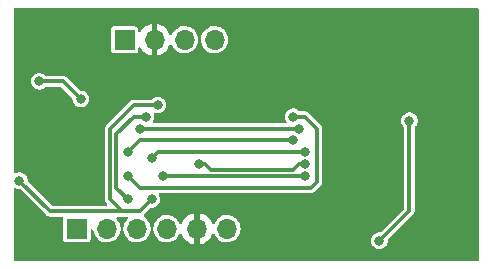
<source format=gbr>
%TF.GenerationSoftware,KiCad,Pcbnew,(6.0.6)*%
%TF.CreationDate,2023-12-09T00:18:58+03:00*%
%TF.ProjectId,GrandStationKicad,4772616e-6453-4746-9174-696f6e4b6963,rev?*%
%TF.SameCoordinates,Original*%
%TF.FileFunction,Copper,L2,Bot*%
%TF.FilePolarity,Positive*%
%FSLAX46Y46*%
G04 Gerber Fmt 4.6, Leading zero omitted, Abs format (unit mm)*
G04 Created by KiCad (PCBNEW (6.0.6)) date 2023-12-09 00:18:58*
%MOMM*%
%LPD*%
G01*
G04 APERTURE LIST*
%TA.AperFunction,ComponentPad*%
%ADD10R,1.700000X1.700000*%
%TD*%
%TA.AperFunction,ComponentPad*%
%ADD11O,1.700000X1.700000*%
%TD*%
%TA.AperFunction,ViaPad*%
%ADD12C,0.800000*%
%TD*%
%TA.AperFunction,Conductor*%
%ADD13C,0.300000*%
%TD*%
G04 APERTURE END LIST*
D10*
%TO.P,J2,1,Pin_1*%
%TO.N,+3.3V*%
X186700000Y-93475000D03*
D11*
%TO.P,J2,2,Pin_2*%
%TO.N,GND*%
X189240000Y-93475000D03*
%TO.P,J2,3,Pin_3*%
%TO.N,SWCLK*%
X191780000Y-93475000D03*
%TO.P,J2,4,Pin_4*%
%TO.N,SWDIO*%
X194320000Y-93475000D03*
%TD*%
D10*
%TO.P,J1,1,Pin_1*%
%TO.N,USART1-TX*%
X182675000Y-109475000D03*
D11*
%TO.P,J1,2,Pin_2*%
%TO.N,USART1-RX*%
X185215000Y-109475000D03*
%TO.P,J1,3,Pin_3*%
%TO.N,Optional-1*%
X187755000Y-109475000D03*
%TO.P,J1,4,Pin_4*%
%TO.N,Optional-2*%
X190295000Y-109475000D03*
%TO.P,J1,5,Pin_5*%
%TO.N,GND*%
X192835000Y-109475000D03*
%TO.P,J1,6,Pin_6*%
%TO.N,+3.3V*%
X195375000Y-109475000D03*
%TD*%
D12*
%TO.N,GND*%
X207010000Y-110490000D03*
X196850000Y-95250000D03*
X178500000Y-102500000D03*
X201000000Y-93300000D03*
X183500000Y-97500000D03*
X212500000Y-107350000D03*
X181610000Y-91440000D03*
X177800000Y-106680000D03*
X191000000Y-107000000D03*
%TO.N,OSC32_IN*%
X183000000Y-98500000D03*
X179500000Y-97000000D03*
%TO.N,Optional-1*%
X188500000Y-100000000D03*
X187000000Y-107000000D03*
%TO.N,Optional-2*%
X189000000Y-107000000D03*
X189500000Y-99000000D03*
X177800000Y-105410000D03*
%TO.N,LORA-RESET*%
X201000000Y-100000000D03*
X187000000Y-105000000D03*
%TO.N,LORA-DIO0*%
X201000000Y-102000000D03*
X187000000Y-103000000D03*
%TO.N,SPI1-SCK*%
X190000000Y-105000000D03*
X202000000Y-105000000D03*
%TO.N,SPI1-MISO*%
X208280000Y-110490000D03*
X210820000Y-100330000D03*
X193000000Y-104000000D03*
X202000000Y-104000000D03*
%TO.N,SPI1-MOSI*%
X189000000Y-103500000D03*
X202000000Y-103000000D03*
%TO.N,LORA-NSS*%
X188000000Y-101000000D03*
X201500000Y-101000000D03*
%TD*%
D13*
%TO.N,OSC32_IN*%
X181500000Y-97000000D02*
X183000000Y-98500000D01*
X179500000Y-97000000D02*
X181500000Y-97000000D01*
%TO.N,Optional-1*%
X186000000Y-106000000D02*
X187000000Y-107000000D01*
X188500000Y-100000000D02*
X187500000Y-100000000D01*
X187500000Y-100000000D02*
X186000000Y-101500000D01*
X186000000Y-101500000D02*
X186000000Y-106000000D01*
%TO.N,Optional-2*%
X189000000Y-107000000D02*
X188000000Y-108000000D01*
X186500000Y-108000000D02*
X185500000Y-107000000D01*
X187500000Y-99000000D02*
X189500000Y-99000000D01*
X185500000Y-101000000D02*
X187500000Y-99000000D01*
X177800000Y-105410000D02*
X180390000Y-108000000D01*
X180390000Y-108000000D02*
X186500000Y-108000000D01*
X185500000Y-107000000D02*
X185500000Y-101000000D01*
X188000000Y-108000000D02*
X186500000Y-108000000D01*
%TO.N,LORA-RESET*%
X203000000Y-101000000D02*
X203000000Y-105500000D01*
X201000000Y-100000000D02*
X202000000Y-100000000D01*
X202000000Y-100000000D02*
X203000000Y-101000000D01*
X202500000Y-106000000D02*
X188000000Y-106000000D01*
X188000000Y-106000000D02*
X187000000Y-105000000D01*
X203000000Y-105500000D02*
X202500000Y-106000000D01*
%TO.N,LORA-DIO0*%
X201000000Y-102000000D02*
X188000000Y-102000000D01*
X188000000Y-102000000D02*
X187000000Y-103000000D01*
%TO.N,SPI1-SCK*%
X202000000Y-105000000D02*
X190000000Y-105000000D01*
%TO.N,SPI1-MISO*%
X202000000Y-104000000D02*
X201500000Y-104000000D01*
X194000000Y-104500000D02*
X193500000Y-104000000D01*
X201000000Y-104500000D02*
X194000000Y-104500000D01*
X210820000Y-107950000D02*
X208280000Y-110490000D01*
X201500000Y-104000000D02*
X201000000Y-104500000D01*
X210820000Y-100330000D02*
X210820000Y-107950000D01*
X193500000Y-104000000D02*
X193000000Y-104000000D01*
%TO.N,SPI1-MOSI*%
X189000000Y-103500000D02*
X189500000Y-103000000D01*
X189500000Y-103000000D02*
X202000000Y-103000000D01*
%TO.N,LORA-NSS*%
X201500000Y-101000000D02*
X188000000Y-101000000D01*
%TD*%
%TA.AperFunction,Conductor*%
%TO.N,GND*%
G36*
X216642539Y-90820185D02*
G01*
X216688294Y-90872989D01*
X216699500Y-90924500D01*
X216699500Y-112075500D01*
X216679815Y-112142539D01*
X216627011Y-112188294D01*
X216575500Y-112199500D01*
X177424500Y-112199500D01*
X177357461Y-112179815D01*
X177311706Y-112127011D01*
X177300500Y-112075500D01*
X177300500Y-106144351D01*
X177320185Y-106077312D01*
X177372989Y-106031557D01*
X177442147Y-106021613D01*
X177483664Y-106035377D01*
X177540235Y-106066092D01*
X177635585Y-106091107D01*
X177697005Y-106107220D01*
X177697007Y-106107220D01*
X177704233Y-106109116D01*
X177814313Y-106110845D01*
X177881034Y-106131580D01*
X177900046Y-106147149D01*
X180047333Y-108294436D01*
X180057031Y-108305349D01*
X180078128Y-108332110D01*
X180126446Y-108365505D01*
X180129546Y-108367719D01*
X180176816Y-108402634D01*
X180183632Y-108405027D01*
X180189569Y-108409131D01*
X180245516Y-108426825D01*
X180249209Y-108428057D01*
X180295884Y-108444448D01*
X180295888Y-108444449D01*
X180304631Y-108447519D01*
X180311735Y-108447798D01*
X180311986Y-108447847D01*
X180318730Y-108449980D01*
X180325337Y-108450500D01*
X180378068Y-108450500D01*
X180382937Y-108450596D01*
X180430727Y-108452474D01*
X180430728Y-108452474D01*
X180439994Y-108452838D01*
X180447078Y-108450960D01*
X180455438Y-108450500D01*
X181400840Y-108450500D01*
X181467879Y-108470185D01*
X181513634Y-108522989D01*
X181524381Y-108580354D01*
X181524500Y-108580354D01*
X181524500Y-110369646D01*
X181527618Y-110395846D01*
X181573061Y-110498153D01*
X181652287Y-110577241D01*
X181662758Y-110581870D01*
X181662759Y-110581871D01*
X181746147Y-110618737D01*
X181746149Y-110618738D01*
X181754673Y-110622506D01*
X181780354Y-110625500D01*
X183569646Y-110625500D01*
X183573300Y-110625065D01*
X183573302Y-110625065D01*
X183578266Y-110624474D01*
X183595846Y-110622382D01*
X183698153Y-110576939D01*
X183777241Y-110497713D01*
X183784268Y-110481819D01*
X183818737Y-110403853D01*
X183818738Y-110403851D01*
X183822506Y-110395327D01*
X183825500Y-110369646D01*
X183825500Y-109655300D01*
X183845185Y-109588261D01*
X183897989Y-109542506D01*
X183967147Y-109532562D01*
X184030703Y-109561587D01*
X184068477Y-109620365D01*
X184073234Y-109647190D01*
X184073423Y-109650072D01*
X184073425Y-109650082D01*
X184073796Y-109655749D01*
X184125845Y-109860690D01*
X184128219Y-109865841D01*
X184128221Y-109865845D01*
X184165908Y-109947594D01*
X184214369Y-110052714D01*
X184336405Y-110225391D01*
X184487865Y-110372937D01*
X184492588Y-110376093D01*
X184492592Y-110376096D01*
X184563663Y-110423584D01*
X184663677Y-110490411D01*
X184857953Y-110573878D01*
X184893277Y-110581871D01*
X185058638Y-110619289D01*
X185058642Y-110619290D01*
X185064186Y-110620544D01*
X185190315Y-110625500D01*
X185269789Y-110628623D01*
X185269791Y-110628623D01*
X185275470Y-110628846D01*
X185281090Y-110628031D01*
X185281092Y-110628031D01*
X185479103Y-110599320D01*
X185479104Y-110599320D01*
X185484730Y-110598504D01*
X185503588Y-110592103D01*
X185679565Y-110532367D01*
X185679568Y-110532366D01*
X185684955Y-110530537D01*
X185689916Y-110527759D01*
X185689922Y-110527756D01*
X185796530Y-110468052D01*
X185869442Y-110427219D01*
X185878249Y-110419895D01*
X186027645Y-110295644D01*
X186032012Y-110292012D01*
X186035644Y-110287645D01*
X186163584Y-110133813D01*
X186163585Y-110133811D01*
X186167219Y-110129442D01*
X186226299Y-110023948D01*
X186267756Y-109949922D01*
X186267759Y-109949916D01*
X186270537Y-109944955D01*
X186281966Y-109911288D01*
X186332103Y-109763588D01*
X186338504Y-109744730D01*
X186351471Y-109655300D01*
X186362820Y-109577033D01*
X186391921Y-109513512D01*
X186445667Y-109479063D01*
X186393057Y-109447081D01*
X186362453Y-109384271D01*
X186361232Y-109374909D01*
X186351601Y-109270100D01*
X186351081Y-109264440D01*
X186293686Y-109060931D01*
X186200165Y-108871290D01*
X186073651Y-108701867D01*
X186069481Y-108698012D01*
X186069478Y-108698009D01*
X186034370Y-108665556D01*
X185998503Y-108605595D01*
X186000748Y-108535761D01*
X186040391Y-108478227D01*
X186104846Y-108451259D01*
X186118541Y-108450500D01*
X186488043Y-108450500D01*
X186492912Y-108450596D01*
X186549994Y-108452839D01*
X186557078Y-108450960D01*
X186565443Y-108450500D01*
X186848722Y-108450500D01*
X186915761Y-108470185D01*
X186961516Y-108522989D01*
X186971460Y-108592147D01*
X186942435Y-108655703D01*
X186930481Y-108667728D01*
X186921155Y-108675906D01*
X186921150Y-108675911D01*
X186916881Y-108679655D01*
X186913362Y-108684119D01*
X186913359Y-108684122D01*
X186895782Y-108706419D01*
X186785976Y-108845708D01*
X186687523Y-109032836D01*
X186685837Y-109038267D01*
X186685835Y-109038271D01*
X186681921Y-109050877D01*
X186624820Y-109234773D01*
X186607851Y-109378140D01*
X186580425Y-109442398D01*
X186525974Y-109479346D01*
X186579347Y-109513736D01*
X186608296Y-109577327D01*
X186609271Y-109586707D01*
X186613796Y-109655749D01*
X186665845Y-109860690D01*
X186668219Y-109865841D01*
X186668221Y-109865845D01*
X186705908Y-109947594D01*
X186754369Y-110052714D01*
X186876405Y-110225391D01*
X187027865Y-110372937D01*
X187032588Y-110376093D01*
X187032592Y-110376096D01*
X187103663Y-110423584D01*
X187203677Y-110490411D01*
X187397953Y-110573878D01*
X187433277Y-110581871D01*
X187598638Y-110619289D01*
X187598642Y-110619290D01*
X187604186Y-110620544D01*
X187730315Y-110625500D01*
X187809789Y-110628623D01*
X187809791Y-110628623D01*
X187815470Y-110628846D01*
X187821090Y-110628031D01*
X187821092Y-110628031D01*
X188019103Y-110599320D01*
X188019104Y-110599320D01*
X188024730Y-110598504D01*
X188043588Y-110592103D01*
X188219565Y-110532367D01*
X188219568Y-110532366D01*
X188224955Y-110530537D01*
X188229916Y-110527759D01*
X188229922Y-110527756D01*
X188336530Y-110468052D01*
X188409442Y-110427219D01*
X188418249Y-110419895D01*
X188567645Y-110295644D01*
X188572012Y-110292012D01*
X188575644Y-110287645D01*
X188703584Y-110133813D01*
X188703585Y-110133811D01*
X188707219Y-110129442D01*
X188766299Y-110023948D01*
X188807756Y-109949922D01*
X188807759Y-109949916D01*
X188810537Y-109944955D01*
X188821966Y-109911288D01*
X188872103Y-109763588D01*
X188878504Y-109744730D01*
X188891471Y-109655300D01*
X188902820Y-109577033D01*
X188931921Y-109513512D01*
X188985225Y-109479346D01*
X189065974Y-109479346D01*
X189119347Y-109513736D01*
X189148296Y-109577327D01*
X189149271Y-109586707D01*
X189153796Y-109655749D01*
X189205845Y-109860690D01*
X189208219Y-109865841D01*
X189208221Y-109865845D01*
X189245908Y-109947594D01*
X189294369Y-110052714D01*
X189416405Y-110225391D01*
X189567865Y-110372937D01*
X189572588Y-110376093D01*
X189572592Y-110376096D01*
X189643663Y-110423584D01*
X189743677Y-110490411D01*
X189937953Y-110573878D01*
X189973277Y-110581871D01*
X190138638Y-110619289D01*
X190138642Y-110619290D01*
X190144186Y-110620544D01*
X190270315Y-110625500D01*
X190349789Y-110628623D01*
X190349791Y-110628623D01*
X190355470Y-110628846D01*
X190361090Y-110628031D01*
X190361092Y-110628031D01*
X190559103Y-110599320D01*
X190559104Y-110599320D01*
X190564730Y-110598504D01*
X190583588Y-110592103D01*
X190759565Y-110532367D01*
X190759568Y-110532366D01*
X190764955Y-110530537D01*
X190769916Y-110527759D01*
X190769922Y-110527756D01*
X190876530Y-110468052D01*
X190949442Y-110427219D01*
X190958249Y-110419895D01*
X191107645Y-110295644D01*
X191112012Y-110292012D01*
X191115644Y-110287645D01*
X191243584Y-110133813D01*
X191243585Y-110133811D01*
X191247219Y-110129442D01*
X191349059Y-109947594D01*
X191398990Y-109898721D01*
X191467418Y-109884601D01*
X191532617Y-109909717D01*
X191569630Y-109955778D01*
X191659110Y-110147667D01*
X191664508Y-110157017D01*
X191793784Y-110341643D01*
X191800719Y-110349907D01*
X191960091Y-110509279D01*
X191968357Y-110516215D01*
X192152992Y-110645498D01*
X192162324Y-110650886D01*
X192366603Y-110746143D01*
X192376736Y-110749832D01*
X192567779Y-110801022D01*
X192581653Y-110800691D01*
X192585000Y-110792875D01*
X192585000Y-110787806D01*
X193085000Y-110787806D01*
X193088910Y-110801123D01*
X193097326Y-110802333D01*
X193293264Y-110749832D01*
X193303397Y-110746143D01*
X193507676Y-110650886D01*
X193517008Y-110645498D01*
X193701643Y-110516215D01*
X193709909Y-110509279D01*
X193869281Y-110349907D01*
X193876216Y-110341643D01*
X194005492Y-110157017D01*
X194010890Y-110147667D01*
X194102656Y-109950876D01*
X194148829Y-109898437D01*
X194216022Y-109879285D01*
X194282903Y-109899501D01*
X194327648Y-109951368D01*
X194374369Y-110052714D01*
X194496405Y-110225391D01*
X194647865Y-110372937D01*
X194652588Y-110376093D01*
X194652592Y-110376096D01*
X194723663Y-110423584D01*
X194823677Y-110490411D01*
X195017953Y-110573878D01*
X195053277Y-110581871D01*
X195218638Y-110619289D01*
X195218642Y-110619290D01*
X195224186Y-110620544D01*
X195350315Y-110625500D01*
X195429789Y-110628623D01*
X195429791Y-110628623D01*
X195435470Y-110628846D01*
X195441090Y-110628031D01*
X195441092Y-110628031D01*
X195639103Y-110599320D01*
X195639104Y-110599320D01*
X195644730Y-110598504D01*
X195663588Y-110592103D01*
X195839565Y-110532367D01*
X195839568Y-110532366D01*
X195844955Y-110530537D01*
X195849916Y-110527759D01*
X195849922Y-110527756D01*
X195930533Y-110482611D01*
X207574394Y-110482611D01*
X207575214Y-110490039D01*
X207575214Y-110490041D01*
X207577285Y-110508800D01*
X207592999Y-110651135D01*
X207595565Y-110658147D01*
X207595566Y-110658151D01*
X207627767Y-110746143D01*
X207651266Y-110810356D01*
X207655433Y-110816558D01*
X207655435Y-110816561D01*
X207668510Y-110836018D01*
X207745830Y-110951083D01*
X207751360Y-110956115D01*
X207865702Y-111060159D01*
X207865706Y-111060162D01*
X207871233Y-111065191D01*
X208020235Y-111146092D01*
X208115585Y-111171107D01*
X208177005Y-111187220D01*
X208177007Y-111187220D01*
X208184233Y-111189116D01*
X208267178Y-111190419D01*
X208346290Y-111191662D01*
X208346293Y-111191662D01*
X208353760Y-111191779D01*
X208476209Y-111163735D01*
X208511738Y-111155598D01*
X208511739Y-111155598D01*
X208519029Y-111153928D01*
X208594111Y-111116165D01*
X208663820Y-111081106D01*
X208663822Y-111081105D01*
X208670498Y-111077747D01*
X208676180Y-111072894D01*
X208676183Y-111072892D01*
X208793741Y-110972487D01*
X208799423Y-110967634D01*
X208898361Y-110829947D01*
X208961601Y-110672634D01*
X208968309Y-110625500D01*
X208984918Y-110508800D01*
X208984918Y-110508794D01*
X208985490Y-110504778D01*
X208985560Y-110498153D01*
X208985602Y-110494065D01*
X208985645Y-110490000D01*
X208985157Y-110485965D01*
X208984934Y-110481914D01*
X208986666Y-110481819D01*
X208996960Y-110419895D01*
X209020916Y-110386187D01*
X211114436Y-108292667D01*
X211125349Y-108282969D01*
X211144830Y-108267611D01*
X211152110Y-108261872D01*
X211185505Y-108213554D01*
X211187719Y-108210454D01*
X211222634Y-108163184D01*
X211225027Y-108156368D01*
X211229131Y-108150431D01*
X211246826Y-108094481D01*
X211248057Y-108090791D01*
X211264448Y-108044116D01*
X211264449Y-108044112D01*
X211267519Y-108035369D01*
X211267798Y-108028265D01*
X211267847Y-108028014D01*
X211269980Y-108021270D01*
X211270500Y-108014663D01*
X211270500Y-107961932D01*
X211270596Y-107957063D01*
X211272474Y-107909268D01*
X211272838Y-107900006D01*
X211270960Y-107892924D01*
X211270500Y-107884565D01*
X211270500Y-100923665D01*
X211290185Y-100856626D01*
X211313968Y-100829375D01*
X211333741Y-100812487D01*
X211339423Y-100807634D01*
X211438361Y-100669947D01*
X211501601Y-100512634D01*
X211514363Y-100422963D01*
X211524918Y-100348800D01*
X211524918Y-100348794D01*
X211525490Y-100344778D01*
X211525645Y-100330000D01*
X211523854Y-100315199D01*
X211506175Y-100169105D01*
X211506174Y-100169101D01*
X211505276Y-100161680D01*
X211496254Y-100137805D01*
X211447989Y-100010073D01*
X211447987Y-100010070D01*
X211445345Y-100003077D01*
X211440857Y-99996547D01*
X211353549Y-99869513D01*
X211353546Y-99869510D01*
X211349312Y-99863349D01*
X211222721Y-99750560D01*
X211208347Y-99742949D01*
X211130589Y-99701779D01*
X211072881Y-99671224D01*
X210908441Y-99629919D01*
X210822248Y-99629468D01*
X210746368Y-99629070D01*
X210746367Y-99629070D01*
X210738895Y-99629031D01*
X210725512Y-99632244D01*
X210581295Y-99666868D01*
X210581293Y-99666869D01*
X210574032Y-99668612D01*
X210567399Y-99672035D01*
X210567395Y-99672037D01*
X210514705Y-99699233D01*
X210423369Y-99746375D01*
X210417737Y-99751288D01*
X210325301Y-99831925D01*
X210295604Y-99857831D01*
X210198113Y-99996547D01*
X210136524Y-100154513D01*
X210135548Y-100161923D01*
X210135548Y-100161925D01*
X210125459Y-100238562D01*
X210114394Y-100322611D01*
X210115214Y-100330039D01*
X210115214Y-100330041D01*
X210123805Y-100407853D01*
X210132999Y-100491135D01*
X210135565Y-100498147D01*
X210135566Y-100498151D01*
X210185712Y-100635178D01*
X210191266Y-100650356D01*
X210195433Y-100656558D01*
X210195435Y-100656561D01*
X210249102Y-100736426D01*
X210285830Y-100791083D01*
X210304870Y-100808408D01*
X210328954Y-100830323D01*
X210365290Y-100890001D01*
X210369500Y-100922037D01*
X210369500Y-107712035D01*
X210349815Y-107779074D01*
X210333181Y-107799716D01*
X208379699Y-109753198D01*
X208318376Y-109786683D01*
X208291369Y-109789515D01*
X208206368Y-109789070D01*
X208206367Y-109789070D01*
X208198895Y-109789031D01*
X208191631Y-109790775D01*
X208041295Y-109826868D01*
X208041293Y-109826869D01*
X208034032Y-109828612D01*
X208027399Y-109832035D01*
X208027395Y-109832037D01*
X207982540Y-109855189D01*
X207883369Y-109906375D01*
X207877737Y-109911288D01*
X207836119Y-109947594D01*
X207755604Y-110017831D01*
X207658113Y-110156547D01*
X207596524Y-110314513D01*
X207595548Y-110321923D01*
X207595548Y-110321925D01*
X207588796Y-110373212D01*
X207574394Y-110482611D01*
X195930533Y-110482611D01*
X195956530Y-110468052D01*
X196029442Y-110427219D01*
X196038249Y-110419895D01*
X196187645Y-110295644D01*
X196192012Y-110292012D01*
X196195644Y-110287645D01*
X196323584Y-110133813D01*
X196323585Y-110133811D01*
X196327219Y-110129442D01*
X196386299Y-110023948D01*
X196427756Y-109949922D01*
X196427759Y-109949916D01*
X196430537Y-109944955D01*
X196441966Y-109911288D01*
X196492103Y-109763588D01*
X196498504Y-109744730D01*
X196528846Y-109535470D01*
X196530429Y-109475000D01*
X196511081Y-109264440D01*
X196453686Y-109060931D01*
X196360165Y-108871290D01*
X196233651Y-108701867D01*
X196229481Y-108698012D01*
X196229478Y-108698009D01*
X196114956Y-108592147D01*
X196078381Y-108558337D01*
X196072574Y-108554673D01*
X195904363Y-108448539D01*
X195904361Y-108448538D01*
X195899554Y-108445505D01*
X195703160Y-108367152D01*
X195697579Y-108366042D01*
X195697576Y-108366041D01*
X195553484Y-108337380D01*
X195495775Y-108325901D01*
X195490088Y-108325827D01*
X195490083Y-108325826D01*
X195290034Y-108323207D01*
X195290029Y-108323207D01*
X195284346Y-108323133D01*
X195278742Y-108324096D01*
X195278741Y-108324096D01*
X195081550Y-108357979D01*
X195081547Y-108357980D01*
X195075953Y-108358941D01*
X194877575Y-108432127D01*
X194872697Y-108435029D01*
X194872695Y-108435030D01*
X194700740Y-108537332D01*
X194700737Y-108537334D01*
X194695856Y-108540238D01*
X194536881Y-108679655D01*
X194533362Y-108684119D01*
X194533359Y-108684122D01*
X194515782Y-108706419D01*
X194405976Y-108845708D01*
X194403325Y-108850747D01*
X194323685Y-109002117D01*
X194275050Y-109052281D01*
X194207015Y-109068187D01*
X194141181Y-109044786D01*
X194101565Y-108996786D01*
X194010890Y-108802333D01*
X194005492Y-108792983D01*
X193876216Y-108608357D01*
X193869281Y-108600093D01*
X193709909Y-108440721D01*
X193701643Y-108433785D01*
X193517008Y-108304502D01*
X193507676Y-108299114D01*
X193303397Y-108203857D01*
X193293264Y-108200168D01*
X193102221Y-108148978D01*
X193088347Y-108149309D01*
X193085000Y-108157125D01*
X193085000Y-110787806D01*
X192585000Y-110787806D01*
X192585000Y-108162194D01*
X192581090Y-108148877D01*
X192572674Y-108147667D01*
X192376736Y-108200168D01*
X192366603Y-108203857D01*
X192162333Y-108299110D01*
X192152983Y-108304508D01*
X191968357Y-108433784D01*
X191960093Y-108440719D01*
X191800719Y-108600093D01*
X191793784Y-108608357D01*
X191664508Y-108792983D01*
X191659110Y-108802333D01*
X191567664Y-108998438D01*
X191521491Y-109050877D01*
X191454298Y-109070029D01*
X191387417Y-109049813D01*
X191344071Y-109000878D01*
X191280165Y-108871290D01*
X191153651Y-108701867D01*
X191149481Y-108698012D01*
X191149478Y-108698009D01*
X191034956Y-108592147D01*
X190998381Y-108558337D01*
X190992574Y-108554673D01*
X190824363Y-108448539D01*
X190824361Y-108448538D01*
X190819554Y-108445505D01*
X190623160Y-108367152D01*
X190617579Y-108366042D01*
X190617576Y-108366041D01*
X190473484Y-108337380D01*
X190415775Y-108325901D01*
X190410088Y-108325827D01*
X190410083Y-108325826D01*
X190210034Y-108323207D01*
X190210029Y-108323207D01*
X190204346Y-108323133D01*
X190198742Y-108324096D01*
X190198741Y-108324096D01*
X190001550Y-108357979D01*
X190001547Y-108357980D01*
X189995953Y-108358941D01*
X189797575Y-108432127D01*
X189792697Y-108435029D01*
X189792695Y-108435030D01*
X189620740Y-108537332D01*
X189620737Y-108537334D01*
X189615856Y-108540238D01*
X189456881Y-108679655D01*
X189453362Y-108684119D01*
X189453359Y-108684122D01*
X189435782Y-108706419D01*
X189325976Y-108845708D01*
X189227523Y-109032836D01*
X189225837Y-109038267D01*
X189225835Y-109038271D01*
X189221921Y-109050877D01*
X189164820Y-109234773D01*
X189147851Y-109378140D01*
X189120425Y-109442398D01*
X189065974Y-109479346D01*
X188985225Y-109479346D01*
X188985667Y-109479063D01*
X188933057Y-109447081D01*
X188902453Y-109384271D01*
X188901232Y-109374909D01*
X188891601Y-109270100D01*
X188891081Y-109264440D01*
X188833686Y-109060931D01*
X188740165Y-108871290D01*
X188613651Y-108701867D01*
X188609481Y-108698012D01*
X188609478Y-108698009D01*
X188494956Y-108592147D01*
X188458381Y-108558337D01*
X188451752Y-108554154D01*
X188402358Y-108522989D01*
X188358103Y-108495066D01*
X188311911Y-108442646D01*
X188301391Y-108373573D01*
X188329886Y-108309778D01*
X188340099Y-108299143D01*
X188348747Y-108291148D01*
X188355556Y-108284854D01*
X188359237Y-108278516D01*
X188364828Y-108272275D01*
X188900336Y-107736767D01*
X188961659Y-107703282D01*
X188989964Y-107700463D01*
X189066290Y-107701662D01*
X189066293Y-107701662D01*
X189073760Y-107701779D01*
X189196209Y-107673735D01*
X189231738Y-107665598D01*
X189231739Y-107665598D01*
X189239029Y-107663928D01*
X189314111Y-107626165D01*
X189383820Y-107591106D01*
X189383822Y-107591105D01*
X189390498Y-107587747D01*
X189396180Y-107582894D01*
X189396183Y-107582892D01*
X189513741Y-107482487D01*
X189519423Y-107477634D01*
X189618361Y-107339947D01*
X189681601Y-107182634D01*
X189686738Y-107146540D01*
X189704918Y-107018800D01*
X189704918Y-107018794D01*
X189705490Y-107014778D01*
X189705645Y-107000000D01*
X189703282Y-106980471D01*
X189686175Y-106839105D01*
X189686174Y-106839101D01*
X189685276Y-106831680D01*
X189625345Y-106673077D01*
X189605864Y-106644732D01*
X189584116Y-106578336D01*
X189601717Y-106510720D01*
X189653081Y-106463353D01*
X189708057Y-106450500D01*
X202465897Y-106450500D01*
X202480471Y-106451359D01*
X202505105Y-106454275D01*
X202505108Y-106454275D01*
X202514310Y-106455364D01*
X202550974Y-106448668D01*
X202572022Y-106444824D01*
X202575864Y-106444184D01*
X202609017Y-106439199D01*
X202633962Y-106435449D01*
X202640475Y-106432321D01*
X202647573Y-106431025D01*
X202684339Y-106411927D01*
X202699663Y-106403967D01*
X202703146Y-106402227D01*
X202756079Y-106376809D01*
X202761299Y-106371984D01*
X202761520Y-106371835D01*
X202767788Y-106368579D01*
X202772828Y-106364275D01*
X202810097Y-106327006D01*
X202813607Y-106323631D01*
X202848749Y-106291147D01*
X202848751Y-106291144D01*
X202855556Y-106284854D01*
X202859237Y-106278516D01*
X202864828Y-106272275D01*
X203294436Y-105842667D01*
X203305349Y-105832969D01*
X203324830Y-105817611D01*
X203332110Y-105811872D01*
X203348338Y-105788393D01*
X203365471Y-105763603D01*
X203367735Y-105760434D01*
X203397132Y-105720633D01*
X203402635Y-105713183D01*
X203405029Y-105706366D01*
X203409131Y-105700431D01*
X203426826Y-105644481D01*
X203428041Y-105640838D01*
X203447520Y-105585369D01*
X203447799Y-105578267D01*
X203447851Y-105578005D01*
X203449980Y-105571270D01*
X203450500Y-105564663D01*
X203450500Y-105511941D01*
X203450596Y-105507073D01*
X203451251Y-105490391D01*
X203452838Y-105450006D01*
X203450960Y-105442925D01*
X203450500Y-105434562D01*
X203450500Y-101034103D01*
X203451359Y-101019529D01*
X203454275Y-100994893D01*
X203454275Y-100994892D01*
X203455364Y-100985690D01*
X203453699Y-100976574D01*
X203453699Y-100976567D01*
X203444818Y-100927938D01*
X203444178Y-100924097D01*
X203436827Y-100875202D01*
X203436827Y-100875201D01*
X203435449Y-100866038D01*
X203432323Y-100859528D01*
X203431026Y-100852427D01*
X203413177Y-100818065D01*
X203403961Y-100800322D01*
X203402221Y-100796840D01*
X203380822Y-100752277D01*
X203380821Y-100752275D01*
X203376809Y-100743921D01*
X203371984Y-100738702D01*
X203371839Y-100738487D01*
X203368580Y-100732212D01*
X203364276Y-100727172D01*
X203326995Y-100689891D01*
X203323620Y-100686381D01*
X203319930Y-100682389D01*
X203284854Y-100644444D01*
X203278519Y-100640765D01*
X203272282Y-100635178D01*
X202342666Y-99705563D01*
X202332968Y-99694650D01*
X202317611Y-99675169D01*
X202317608Y-99675167D01*
X202311872Y-99667890D01*
X202263554Y-99634495D01*
X202260454Y-99632281D01*
X202213184Y-99597366D01*
X202206368Y-99594973D01*
X202200431Y-99590869D01*
X202144481Y-99573174D01*
X202140791Y-99571943D01*
X202094116Y-99555552D01*
X202094112Y-99555551D01*
X202085369Y-99552481D01*
X202078265Y-99552202D01*
X202078014Y-99552153D01*
X202071270Y-99550020D01*
X202064663Y-99549500D01*
X202011932Y-99549500D01*
X202007063Y-99549404D01*
X201959273Y-99547526D01*
X201959272Y-99547526D01*
X201950006Y-99547162D01*
X201942922Y-99549040D01*
X201934562Y-99549500D01*
X201594667Y-99549500D01*
X201527628Y-99529815D01*
X201512178Y-99518083D01*
X201408303Y-99425533D01*
X201408301Y-99425532D01*
X201402721Y-99420560D01*
X201388347Y-99412949D01*
X201259489Y-99344723D01*
X201252881Y-99341224D01*
X201088441Y-99299919D01*
X201002248Y-99299468D01*
X200926368Y-99299070D01*
X200926367Y-99299070D01*
X200918895Y-99299031D01*
X200897235Y-99304231D01*
X200761295Y-99336868D01*
X200761293Y-99336869D01*
X200754032Y-99338612D01*
X200747399Y-99342035D01*
X200747395Y-99342037D01*
X200680465Y-99376583D01*
X200603369Y-99416375D01*
X200597737Y-99421288D01*
X200564251Y-99450500D01*
X200475604Y-99527831D01*
X200378113Y-99666547D01*
X200316524Y-99824513D01*
X200294394Y-99992611D01*
X200295214Y-100000039D01*
X200295214Y-100000041D01*
X200296841Y-100014778D01*
X200312999Y-100161135D01*
X200315565Y-100168147D01*
X200315566Y-100168151D01*
X200368697Y-100313336D01*
X200371266Y-100320356D01*
X200375433Y-100326558D01*
X200375435Y-100326561D01*
X200395446Y-100356340D01*
X200416498Y-100422963D01*
X200398189Y-100490391D01*
X200346333Y-100537217D01*
X200292524Y-100549500D01*
X189209578Y-100549500D01*
X189142539Y-100529815D01*
X189096784Y-100477011D01*
X189086840Y-100407853D01*
X189108879Y-100353143D01*
X189118361Y-100339947D01*
X189181601Y-100182634D01*
X189182654Y-100175237D01*
X189204918Y-100018800D01*
X189204918Y-100018794D01*
X189205490Y-100014778D01*
X189205540Y-100010073D01*
X189205602Y-100004065D01*
X189205645Y-100000000D01*
X189203854Y-99985199D01*
X189186174Y-99839098D01*
X189186173Y-99839095D01*
X189185276Y-99831680D01*
X189184205Y-99828845D01*
X189187244Y-99760937D01*
X189227609Y-99703907D01*
X189292400Y-99677754D01*
X189336006Y-99681217D01*
X189397005Y-99697220D01*
X189397007Y-99697220D01*
X189404233Y-99699116D01*
X189487178Y-99700419D01*
X189566290Y-99701662D01*
X189566293Y-99701662D01*
X189573760Y-99701779D01*
X189703623Y-99672037D01*
X189731738Y-99665598D01*
X189731739Y-99665598D01*
X189739029Y-99663928D01*
X189814111Y-99626166D01*
X189883820Y-99591106D01*
X189883822Y-99591105D01*
X189890498Y-99587747D01*
X189896180Y-99582894D01*
X189896183Y-99582892D01*
X190013741Y-99482487D01*
X190019423Y-99477634D01*
X190118361Y-99339947D01*
X190181601Y-99182634D01*
X190184263Y-99163928D01*
X190204918Y-99018800D01*
X190204918Y-99018794D01*
X190205490Y-99014778D01*
X190205645Y-99000000D01*
X190203526Y-98982487D01*
X190186175Y-98839105D01*
X190186174Y-98839101D01*
X190185276Y-98831680D01*
X190131575Y-98689564D01*
X190127989Y-98680073D01*
X190127987Y-98680070D01*
X190125345Y-98673077D01*
X190121108Y-98666912D01*
X190033549Y-98539513D01*
X190033546Y-98539510D01*
X190029312Y-98533349D01*
X189975203Y-98485139D01*
X189908303Y-98425533D01*
X189908301Y-98425532D01*
X189902721Y-98420560D01*
X189888347Y-98412949D01*
X189759489Y-98344723D01*
X189752881Y-98341224D01*
X189588441Y-98299919D01*
X189502248Y-98299468D01*
X189426368Y-98299070D01*
X189426367Y-98299070D01*
X189418895Y-98299031D01*
X189397235Y-98304231D01*
X189261295Y-98336868D01*
X189261293Y-98336869D01*
X189254032Y-98338612D01*
X189247399Y-98342035D01*
X189247395Y-98342037D01*
X189180465Y-98376583D01*
X189103369Y-98416375D01*
X188985957Y-98518800D01*
X188985794Y-98518942D01*
X188922336Y-98548178D01*
X188904280Y-98549500D01*
X187534102Y-98549500D01*
X187519528Y-98548641D01*
X187494894Y-98545725D01*
X187494891Y-98545725D01*
X187485689Y-98544636D01*
X187427965Y-98555179D01*
X187424124Y-98555818D01*
X187366038Y-98564551D01*
X187359525Y-98567679D01*
X187352427Y-98568975D01*
X187344201Y-98573248D01*
X187300337Y-98596033D01*
X187296863Y-98597769D01*
X187243921Y-98623191D01*
X187238701Y-98628016D01*
X187238480Y-98628165D01*
X187232212Y-98631421D01*
X187227172Y-98635725D01*
X187189903Y-98672994D01*
X187186393Y-98676369D01*
X187151251Y-98708853D01*
X187151249Y-98708856D01*
X187144444Y-98715146D01*
X187140763Y-98721484D01*
X187135172Y-98727725D01*
X185205564Y-100657333D01*
X185194651Y-100667031D01*
X185167890Y-100688128D01*
X185140711Y-100727454D01*
X185134510Y-100736426D01*
X185132281Y-100739546D01*
X185097366Y-100786816D01*
X185094973Y-100793632D01*
X185090869Y-100799569D01*
X185074152Y-100852427D01*
X185073175Y-100855516D01*
X185071943Y-100859209D01*
X185055552Y-100905884D01*
X185055551Y-100905888D01*
X185052481Y-100914631D01*
X185052202Y-100921735D01*
X185052153Y-100921986D01*
X185050020Y-100928730D01*
X185049500Y-100935337D01*
X185049500Y-100988068D01*
X185049404Y-100992937D01*
X185047162Y-101049994D01*
X185049040Y-101057078D01*
X185049500Y-101065438D01*
X185049500Y-106965897D01*
X185048641Y-106980471D01*
X185045849Y-107004065D01*
X185044636Y-107014310D01*
X185046302Y-107023431D01*
X185055176Y-107072022D01*
X185055816Y-107075864D01*
X185064551Y-107133962D01*
X185067679Y-107140475D01*
X185068975Y-107147573D01*
X185073248Y-107155799D01*
X185096033Y-107199663D01*
X185097769Y-107203137D01*
X185123191Y-107256079D01*
X185128016Y-107261299D01*
X185128165Y-107261520D01*
X185131421Y-107267788D01*
X185135725Y-107272828D01*
X185172994Y-107310097D01*
X185176369Y-107313607D01*
X185201995Y-107341329D01*
X185233047Y-107403919D01*
X185225330Y-107473361D01*
X185181295Y-107527608D01*
X185110939Y-107549500D01*
X180627965Y-107549500D01*
X180560926Y-107529815D01*
X180540284Y-107513181D01*
X178541736Y-105514633D01*
X178508251Y-105453310D01*
X178506269Y-105424786D01*
X178505490Y-105424778D01*
X178505602Y-105414065D01*
X178505645Y-105410000D01*
X178505157Y-105405967D01*
X178486175Y-105249105D01*
X178486174Y-105249101D01*
X178485276Y-105241680D01*
X178452034Y-105153707D01*
X178427989Y-105090073D01*
X178427987Y-105090070D01*
X178425345Y-105083077D01*
X178421108Y-105076912D01*
X178333549Y-104949513D01*
X178333546Y-104949510D01*
X178329312Y-104943349D01*
X178202721Y-104830560D01*
X178191622Y-104824683D01*
X178118777Y-104786114D01*
X178052881Y-104751224D01*
X177888441Y-104709919D01*
X177802248Y-104709468D01*
X177726368Y-104709070D01*
X177726367Y-104709070D01*
X177718895Y-104709031D01*
X177697235Y-104714231D01*
X177561295Y-104746868D01*
X177561293Y-104746869D01*
X177554032Y-104748612D01*
X177547393Y-104752039D01*
X177547392Y-104752039D01*
X177481372Y-104786114D01*
X177412772Y-104799369D01*
X177347895Y-104773432D01*
X177307339Y-104716537D01*
X177300500Y-104675925D01*
X177300500Y-96992611D01*
X178794394Y-96992611D01*
X178812999Y-97161135D01*
X178815565Y-97168147D01*
X178815566Y-97168151D01*
X178868697Y-97313336D01*
X178871266Y-97320356D01*
X178875433Y-97326558D01*
X178875435Y-97326561D01*
X178936421Y-97417317D01*
X178965830Y-97461083D01*
X178971360Y-97466115D01*
X179085702Y-97570159D01*
X179085706Y-97570162D01*
X179091233Y-97575191D01*
X179240235Y-97656092D01*
X179335585Y-97681107D01*
X179397005Y-97697220D01*
X179397007Y-97697220D01*
X179404233Y-97699116D01*
X179487178Y-97700419D01*
X179566290Y-97701662D01*
X179566293Y-97701662D01*
X179573760Y-97701779D01*
X179696209Y-97673735D01*
X179731738Y-97665598D01*
X179731739Y-97665598D01*
X179739029Y-97663928D01*
X179814111Y-97626166D01*
X179883820Y-97591106D01*
X179883822Y-97591105D01*
X179890498Y-97587747D01*
X179896180Y-97582894D01*
X179896183Y-97582892D01*
X180016407Y-97480210D01*
X180080168Y-97451639D01*
X180096939Y-97450500D01*
X181262035Y-97450500D01*
X181329074Y-97470185D01*
X181349716Y-97486819D01*
X182259058Y-98396161D01*
X182292543Y-98457484D01*
X182295370Y-98485139D01*
X182295369Y-98485203D01*
X182294394Y-98492611D01*
X182295214Y-98500039D01*
X182295214Y-98500040D01*
X182302923Y-98569866D01*
X182312999Y-98661135D01*
X182315565Y-98668147D01*
X182315566Y-98668151D01*
X182368697Y-98813336D01*
X182371266Y-98820356D01*
X182375433Y-98826558D01*
X182375435Y-98826561D01*
X182388510Y-98846018D01*
X182465830Y-98961083D01*
X182471360Y-98966115D01*
X182585702Y-99070159D01*
X182585706Y-99070162D01*
X182591233Y-99075191D01*
X182740235Y-99156092D01*
X182813212Y-99175237D01*
X182897005Y-99197220D01*
X182897007Y-99197220D01*
X182904233Y-99199116D01*
X182987178Y-99200419D01*
X183066290Y-99201662D01*
X183066293Y-99201662D01*
X183073760Y-99201779D01*
X183196209Y-99173735D01*
X183231738Y-99165598D01*
X183231739Y-99165598D01*
X183239029Y-99163928D01*
X183314111Y-99126166D01*
X183383820Y-99091106D01*
X183383822Y-99091105D01*
X183390498Y-99087747D01*
X183396180Y-99082894D01*
X183396183Y-99082892D01*
X183513741Y-98982487D01*
X183519423Y-98977634D01*
X183618361Y-98839947D01*
X183681601Y-98682634D01*
X183682654Y-98675237D01*
X183704918Y-98518800D01*
X183704918Y-98518794D01*
X183705490Y-98514778D01*
X183705645Y-98500000D01*
X183698216Y-98438607D01*
X183686175Y-98339105D01*
X183686174Y-98339101D01*
X183685276Y-98331680D01*
X183625345Y-98173077D01*
X183621108Y-98166912D01*
X183533549Y-98039513D01*
X183533546Y-98039510D01*
X183529312Y-98033349D01*
X183402721Y-97920560D01*
X183252881Y-97841224D01*
X183088441Y-97799919D01*
X182987207Y-97799389D01*
X182920271Y-97779354D01*
X182900175Y-97763072D01*
X181842667Y-96705564D01*
X181832969Y-96694651D01*
X181817611Y-96675170D01*
X181811872Y-96667890D01*
X181763554Y-96634495D01*
X181760454Y-96632281D01*
X181713184Y-96597366D01*
X181706368Y-96594973D01*
X181700431Y-96590869D01*
X181644481Y-96573174D01*
X181640791Y-96571943D01*
X181594116Y-96555552D01*
X181594112Y-96555551D01*
X181585369Y-96552481D01*
X181578265Y-96552202D01*
X181578014Y-96552153D01*
X181571270Y-96550020D01*
X181564663Y-96549500D01*
X181511932Y-96549500D01*
X181507063Y-96549404D01*
X181459273Y-96547526D01*
X181459272Y-96547526D01*
X181450006Y-96547162D01*
X181442922Y-96549040D01*
X181434562Y-96549500D01*
X180094667Y-96549500D01*
X180027628Y-96529815D01*
X180012178Y-96518083D01*
X179908303Y-96425533D01*
X179908301Y-96425532D01*
X179902721Y-96420560D01*
X179888347Y-96412949D01*
X179759489Y-96344723D01*
X179752881Y-96341224D01*
X179588441Y-96299919D01*
X179502248Y-96299468D01*
X179426368Y-96299070D01*
X179426367Y-96299070D01*
X179418895Y-96299031D01*
X179397235Y-96304231D01*
X179261295Y-96336868D01*
X179261293Y-96336869D01*
X179254032Y-96338612D01*
X179247399Y-96342035D01*
X179247395Y-96342037D01*
X179180465Y-96376583D01*
X179103369Y-96416375D01*
X178975604Y-96527831D01*
X178878113Y-96666547D01*
X178816524Y-96824513D01*
X178794394Y-96992611D01*
X177300500Y-96992611D01*
X177300500Y-94369646D01*
X185549500Y-94369646D01*
X185552618Y-94395846D01*
X185598061Y-94498153D01*
X185677287Y-94577241D01*
X185687758Y-94581870D01*
X185687759Y-94581871D01*
X185771147Y-94618737D01*
X185771149Y-94618738D01*
X185779673Y-94622506D01*
X185805354Y-94625500D01*
X187594646Y-94625500D01*
X187598300Y-94625065D01*
X187598302Y-94625065D01*
X187603266Y-94624474D01*
X187620846Y-94622382D01*
X187723153Y-94576939D01*
X187802241Y-94497713D01*
X187847506Y-94395327D01*
X187850500Y-94369646D01*
X187850500Y-94237518D01*
X187870185Y-94170479D01*
X187922989Y-94124724D01*
X187992147Y-94114780D01*
X188055703Y-94143805D01*
X188076075Y-94166395D01*
X188198784Y-94341643D01*
X188205719Y-94349907D01*
X188365091Y-94509279D01*
X188373357Y-94516215D01*
X188557992Y-94645498D01*
X188567324Y-94650886D01*
X188771603Y-94746143D01*
X188781736Y-94749832D01*
X188972779Y-94801022D01*
X188986653Y-94800691D01*
X188990000Y-94792875D01*
X188990000Y-94787806D01*
X189490000Y-94787806D01*
X189493910Y-94801123D01*
X189502326Y-94802333D01*
X189698264Y-94749832D01*
X189708397Y-94746143D01*
X189912676Y-94650886D01*
X189922008Y-94645498D01*
X190106643Y-94516215D01*
X190114909Y-94509279D01*
X190274281Y-94349907D01*
X190281216Y-94341643D01*
X190410492Y-94157017D01*
X190415890Y-94147667D01*
X190507656Y-93950876D01*
X190553829Y-93898437D01*
X190621022Y-93879285D01*
X190687903Y-93899501D01*
X190732648Y-93951368D01*
X190779369Y-94052714D01*
X190901405Y-94225391D01*
X190905476Y-94229357D01*
X190905477Y-94229358D01*
X190965310Y-94287645D01*
X191052865Y-94372937D01*
X191057588Y-94376093D01*
X191057592Y-94376096D01*
X191128663Y-94423584D01*
X191228677Y-94490411D01*
X191422953Y-94573878D01*
X191458277Y-94581871D01*
X191623638Y-94619289D01*
X191623642Y-94619290D01*
X191629186Y-94620544D01*
X191755315Y-94625500D01*
X191834789Y-94628623D01*
X191834791Y-94628623D01*
X191840470Y-94628846D01*
X191846090Y-94628031D01*
X191846092Y-94628031D01*
X192044103Y-94599320D01*
X192044104Y-94599320D01*
X192049730Y-94598504D01*
X192068588Y-94592103D01*
X192244565Y-94532367D01*
X192244568Y-94532366D01*
X192249955Y-94530537D01*
X192254916Y-94527759D01*
X192254922Y-94527756D01*
X192361530Y-94468052D01*
X192434442Y-94427219D01*
X192472165Y-94395846D01*
X192592645Y-94295644D01*
X192597012Y-94292012D01*
X192642334Y-94237518D01*
X192728584Y-94133813D01*
X192728585Y-94133811D01*
X192732219Y-94129442D01*
X192831946Y-93951368D01*
X192832756Y-93949922D01*
X192832759Y-93949916D01*
X192835537Y-93944955D01*
X192866009Y-93855189D01*
X192901675Y-93750118D01*
X192903504Y-93744730D01*
X192916406Y-93655749D01*
X192927820Y-93577033D01*
X192956921Y-93513512D01*
X193010225Y-93479346D01*
X193090974Y-93479346D01*
X193144347Y-93513736D01*
X193173296Y-93577327D01*
X193174271Y-93586707D01*
X193178796Y-93655749D01*
X193230845Y-93860690D01*
X193233219Y-93865841D01*
X193233221Y-93865845D01*
X193271981Y-93949922D01*
X193319369Y-94052714D01*
X193441405Y-94225391D01*
X193445476Y-94229357D01*
X193445477Y-94229358D01*
X193505310Y-94287645D01*
X193592865Y-94372937D01*
X193597588Y-94376093D01*
X193597592Y-94376096D01*
X193668663Y-94423584D01*
X193768677Y-94490411D01*
X193962953Y-94573878D01*
X193998277Y-94581871D01*
X194163638Y-94619289D01*
X194163642Y-94619290D01*
X194169186Y-94620544D01*
X194295315Y-94625500D01*
X194374789Y-94628623D01*
X194374791Y-94628623D01*
X194380470Y-94628846D01*
X194386090Y-94628031D01*
X194386092Y-94628031D01*
X194584103Y-94599320D01*
X194584104Y-94599320D01*
X194589730Y-94598504D01*
X194608588Y-94592103D01*
X194784565Y-94532367D01*
X194784568Y-94532366D01*
X194789955Y-94530537D01*
X194794916Y-94527759D01*
X194794922Y-94527756D01*
X194901530Y-94468052D01*
X194974442Y-94427219D01*
X195012165Y-94395846D01*
X195132645Y-94295644D01*
X195137012Y-94292012D01*
X195182334Y-94237518D01*
X195268584Y-94133813D01*
X195268585Y-94133811D01*
X195272219Y-94129442D01*
X195371946Y-93951368D01*
X195372756Y-93949922D01*
X195372759Y-93949916D01*
X195375537Y-93944955D01*
X195406009Y-93855189D01*
X195441675Y-93750118D01*
X195443504Y-93744730D01*
X195473846Y-93535470D01*
X195475429Y-93475000D01*
X195456081Y-93264440D01*
X195398686Y-93060931D01*
X195305165Y-92871290D01*
X195178651Y-92701867D01*
X195174481Y-92698012D01*
X195174478Y-92698009D01*
X195068552Y-92600093D01*
X195023381Y-92558337D01*
X195017574Y-92554673D01*
X194849363Y-92448539D01*
X194849361Y-92448538D01*
X194844554Y-92445505D01*
X194648160Y-92367152D01*
X194642579Y-92366042D01*
X194642576Y-92366041D01*
X194544468Y-92346527D01*
X194440775Y-92325901D01*
X194435088Y-92325827D01*
X194435083Y-92325826D01*
X194235034Y-92323207D01*
X194235029Y-92323207D01*
X194229346Y-92323133D01*
X194223742Y-92324096D01*
X194223741Y-92324096D01*
X194026550Y-92357979D01*
X194026547Y-92357980D01*
X194020953Y-92358941D01*
X193822575Y-92432127D01*
X193817697Y-92435029D01*
X193817695Y-92435030D01*
X193645740Y-92537332D01*
X193645737Y-92537334D01*
X193640856Y-92540238D01*
X193481881Y-92679655D01*
X193478362Y-92684119D01*
X193478359Y-92684122D01*
X193460782Y-92706419D01*
X193350976Y-92845708D01*
X193252523Y-93032836D01*
X193189820Y-93234773D01*
X193172851Y-93378140D01*
X193145425Y-93442398D01*
X193090974Y-93479346D01*
X193010225Y-93479346D01*
X193010667Y-93479063D01*
X192958057Y-93447081D01*
X192927453Y-93384271D01*
X192926232Y-93374909D01*
X192916601Y-93270100D01*
X192916081Y-93264440D01*
X192858686Y-93060931D01*
X192765165Y-92871290D01*
X192638651Y-92701867D01*
X192634481Y-92698012D01*
X192634478Y-92698009D01*
X192528552Y-92600093D01*
X192483381Y-92558337D01*
X192477574Y-92554673D01*
X192309363Y-92448539D01*
X192309361Y-92448538D01*
X192304554Y-92445505D01*
X192108160Y-92367152D01*
X192102579Y-92366042D01*
X192102576Y-92366041D01*
X192004468Y-92346527D01*
X191900775Y-92325901D01*
X191895088Y-92325827D01*
X191895083Y-92325826D01*
X191695034Y-92323207D01*
X191695029Y-92323207D01*
X191689346Y-92323133D01*
X191683742Y-92324096D01*
X191683741Y-92324096D01*
X191486550Y-92357979D01*
X191486547Y-92357980D01*
X191480953Y-92358941D01*
X191282575Y-92432127D01*
X191277697Y-92435029D01*
X191277695Y-92435030D01*
X191105740Y-92537332D01*
X191105737Y-92537334D01*
X191100856Y-92540238D01*
X190941881Y-92679655D01*
X190938362Y-92684119D01*
X190938359Y-92684122D01*
X190920782Y-92706419D01*
X190810976Y-92845708D01*
X190808325Y-92850747D01*
X190728685Y-93002117D01*
X190680050Y-93052281D01*
X190612015Y-93068187D01*
X190546181Y-93044786D01*
X190506565Y-92996786D01*
X190415890Y-92802333D01*
X190410492Y-92792983D01*
X190281216Y-92608357D01*
X190274281Y-92600093D01*
X190114909Y-92440721D01*
X190106643Y-92433785D01*
X189922008Y-92304502D01*
X189912676Y-92299114D01*
X189708397Y-92203857D01*
X189698264Y-92200168D01*
X189507221Y-92148978D01*
X189493347Y-92149309D01*
X189490000Y-92157125D01*
X189490000Y-94787806D01*
X188990000Y-94787806D01*
X188990000Y-92162194D01*
X188986090Y-92148877D01*
X188977674Y-92147667D01*
X188781736Y-92200168D01*
X188771603Y-92203857D01*
X188567333Y-92299110D01*
X188557983Y-92304508D01*
X188373357Y-92433784D01*
X188365093Y-92440719D01*
X188205719Y-92600093D01*
X188198784Y-92608357D01*
X188076075Y-92783605D01*
X188021498Y-92827230D01*
X187952000Y-92834424D01*
X187889645Y-92802901D01*
X187854231Y-92742671D01*
X187850500Y-92712482D01*
X187850500Y-92580354D01*
X187847382Y-92554154D01*
X187801939Y-92451847D01*
X187722713Y-92372759D01*
X187712242Y-92368130D01*
X187712241Y-92368129D01*
X187628853Y-92331263D01*
X187628851Y-92331262D01*
X187620327Y-92327494D01*
X187594646Y-92324500D01*
X185805354Y-92324500D01*
X185801700Y-92324935D01*
X185801698Y-92324935D01*
X185796734Y-92325526D01*
X185779154Y-92327618D01*
X185676847Y-92373061D01*
X185597759Y-92452287D01*
X185593130Y-92462758D01*
X185593129Y-92462759D01*
X185558876Y-92540238D01*
X185552494Y-92554673D01*
X185549500Y-92580354D01*
X185549500Y-94369646D01*
X177300500Y-94369646D01*
X177300500Y-90924500D01*
X177320185Y-90857461D01*
X177372989Y-90811706D01*
X177424500Y-90800500D01*
X216575500Y-90800500D01*
X216642539Y-90820185D01*
G37*
%TD.AperFunction*%
%TD*%
M02*

</source>
